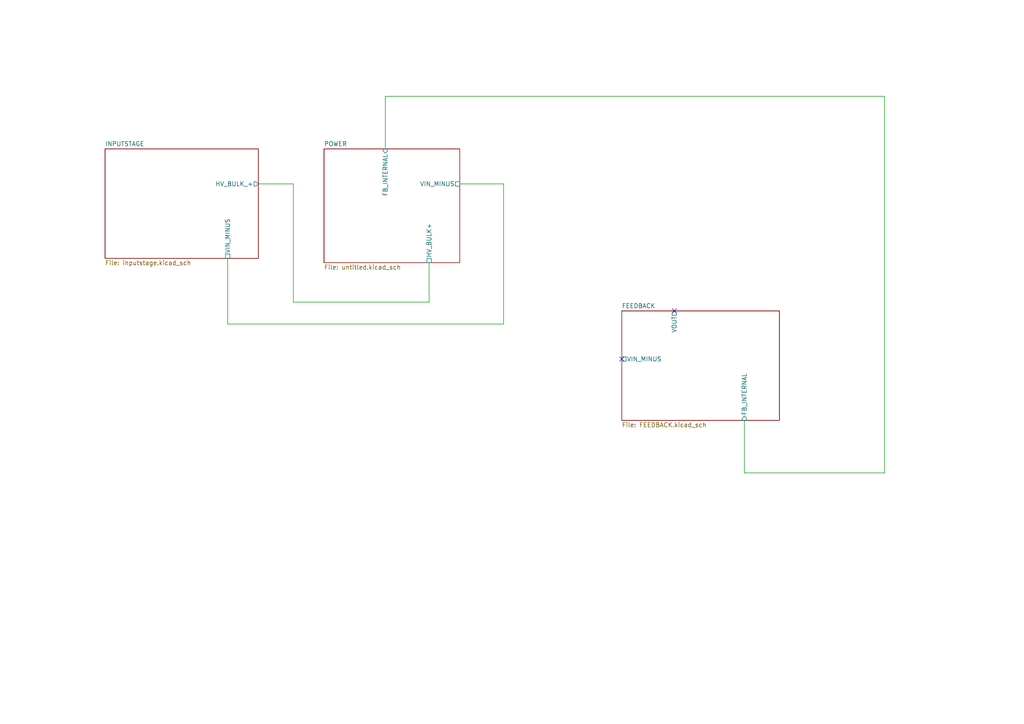
<source format=kicad_sch>
(kicad_sch (version 20230121) (generator eeschema)

  (uuid 02261b3b-0ab5-411c-b90d-2981c1ef32c1)

  (paper "A4")

  (lib_symbols
  )


  (no_connect (at 180.34 104.14) (uuid 28029bc6-0453-4fe3-ba99-ea7ef34f6bb1))
  (no_connect (at 195.58 90.17) (uuid 6c4ac67b-b3bb-4520-baf6-c7f1db1db3a6))

  (wire (pts (xy 85.09 53.34) (xy 85.09 87.63))
    (stroke (width 0) (type default))
    (uuid 0137d1ec-2383-488a-bc5f-ee1834d406c7)
  )
  (wire (pts (xy 66.04 74.93) (xy 66.04 93.98))
    (stroke (width 0) (type default))
    (uuid 2d4b1231-7c75-4905-acbe-3c59f86c8901)
  )
  (wire (pts (xy 215.9 137.16) (xy 215.9 121.92))
    (stroke (width 0) (type default))
    (uuid 3b025800-72d4-41ea-a2b8-a6f8780a78eb)
  )
  (wire (pts (xy 256.54 27.94) (xy 256.54 137.16))
    (stroke (width 0) (type default))
    (uuid 697aae22-deb6-429c-ab8f-50f8c45c6aad)
  )
  (wire (pts (xy 85.09 87.63) (xy 124.46 87.63))
    (stroke (width 0) (type default))
    (uuid 83f8390d-6f54-4807-98ee-0ebe1ae053b2)
  )
  (wire (pts (xy 146.05 93.98) (xy 146.05 53.34))
    (stroke (width 0) (type default))
    (uuid 957f57bd-ea10-47d0-8b86-552978be386a)
  )
  (wire (pts (xy 74.93 53.34) (xy 85.09 53.34))
    (stroke (width 0) (type default))
    (uuid 95a50352-0ccf-420a-a62b-1075e4e28c09)
  )
  (wire (pts (xy 133.35 53.34) (xy 146.05 53.34))
    (stroke (width 0) (type default))
    (uuid 9fdf4c73-01c1-4248-bbfb-96a30e309594)
  )
  (wire (pts (xy 111.76 43.18) (xy 111.76 27.94))
    (stroke (width 0) (type default))
    (uuid aa5cab3f-95f1-490d-9151-0a3d757dd5d8)
  )
  (wire (pts (xy 124.46 87.63) (xy 124.46 76.2))
    (stroke (width 0) (type default))
    (uuid c52fe067-937d-46da-843e-7405550e430d)
  )
  (wire (pts (xy 111.76 27.94) (xy 256.54 27.94))
    (stroke (width 0) (type default))
    (uuid d819c1c9-2bff-43ab-bc2f-42c9b63522c7)
  )
  (wire (pts (xy 256.54 137.16) (xy 215.9 137.16))
    (stroke (width 0) (type default))
    (uuid e2c780b0-1405-4c83-91c7-7fb4f7845c1e)
  )
  (wire (pts (xy 66.04 93.98) (xy 146.05 93.98))
    (stroke (width 0) (type default))
    (uuid f785603b-8e3f-4367-acd3-2548475e5b70)
  )

  (sheet (at 180.34 90.17) (size 45.72 31.75) (fields_autoplaced)
    (stroke (width 0.1524) (type solid))
    (fill (color 0 0 0 0.0000))
    (uuid 12d9b082-3d29-4215-9b8e-e7443d4e7d42)
    (property "Sheetname" "FEEDBACK" (at 180.34 89.4584 0)
      (effects (font (size 1.27 1.27)) (justify left bottom))
    )
    (property "Sheetfile" "FEEDBACK.kicad_sch" (at 180.34 122.5046 0)
      (effects (font (size 1.27 1.27)) (justify left top))
    )
    (pin "VOUT" output (at 195.58 90.17 90)
      (effects (font (size 1.27 1.27)) (justify right))
      (uuid 7f1fbad4-9e1f-47cd-9de3-8ea6ded9565c)
    )
    (pin "VIN_MINUS" passive (at 180.34 104.14 180)
      (effects (font (size 1.27 1.27)) (justify left))
      (uuid c7132b22-c37d-49f7-9ae0-97abb17d45e0)
    )
    (pin "FB_INTERNAL" input (at 215.9 121.92 270)
      (effects (font (size 1.27 1.27)) (justify left))
      (uuid 0901da99-52c9-4bb6-b644-8912a7ea02ef)
    )
    (instances
      (project "UC28881  WORK"
        (path "/02261b3b-0ab5-411c-b90d-2981c1ef32c1" (page "4"))
      )
    )
  )

  (sheet (at 93.98 43.18) (size 39.37 33.02) (fields_autoplaced)
    (stroke (width 0.1524) (type solid))
    (fill (color 0 0 0 0.0000))
    (uuid 50e508f9-c506-4c6b-8d20-c3808eadc697)
    (property "Sheetname" "POWER" (at 93.98 42.4684 0)
      (effects (font (size 1.27 1.27)) (justify left bottom))
    )
    (property "Sheetfile" "untitled.kicad_sch" (at 93.98 76.7846 0)
      (effects (font (size 1.27 1.27)) (justify left top))
    )
    (pin "HV_BULK+" passive (at 124.46 76.2 270)
      (effects (font (size 1.27 1.27)) (justify left))
      (uuid 9a604475-b375-4f17-a208-bd8c1bc56dcc)
    )
    (pin "VIN_MINUS" passive (at 133.35 53.34 0)
      (effects (font (size 1.27 1.27)) (justify right))
      (uuid 3ad2c7b0-c369-4a47-b9e5-c478bf49e91f)
    )
    (pin "FB_INTERNAL" input (at 111.76 43.18 90)
      (effects (font (size 1.27 1.27)) (justify right))
      (uuid b08b1aac-9234-4cde-823e-102793c9e9a9)
    )
    (instances
      (project "UC28881  WORK"
        (path "/02261b3b-0ab5-411c-b90d-2981c1ef32c1" (page "3"))
      )
    )
  )

  (sheet (at 30.48 43.18) (size 44.45 31.75) (fields_autoplaced)
    (stroke (width 0.1524) (type solid))
    (fill (color 0 0 0 0.0000))
    (uuid fb27a4d2-e43a-4d93-b9d6-c1683e793fef)
    (property "Sheetname" "INPUTSTAGE" (at 30.48 42.4684 0)
      (effects (font (size 1.27 1.27)) (justify left bottom))
    )
    (property "Sheetfile" "inputstage.kicad_sch" (at 30.48 75.5146 0)
      (effects (font (size 1.27 1.27)) (justify left top))
    )
    (pin "VIN_MINUS" passive (at 66.04 74.93 270)
      (effects (font (size 1.27 1.27)) (justify left))
      (uuid 485a8980-d783-4838-a656-05a94b0a492c)
    )
    (pin "HV_BULK_+" output (at 74.93 53.34 0)
      (effects (font (size 1.27 1.27)) (justify right))
      (uuid 2b309602-5722-4110-9915-bf88601908d4)
    )
    (instances
      (project "UC28881  WORK"
        (path "/02261b3b-0ab5-411c-b90d-2981c1ef32c1" (page "2"))
      )
    )
  )

  (sheet_instances
    (path "/" (page "1"))
  )
)

</source>
